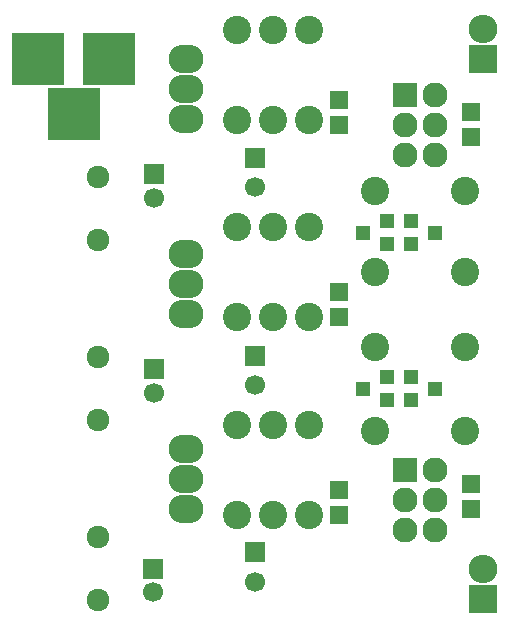
<source format=gts>
G04 #@! TF.FileFunction,Soldermask,Top*
%FSLAX46Y46*%
G04 Gerber Fmt 4.6, Leading zero omitted, Abs format (unit mm)*
G04 Created by KiCad (PCBNEW 4.0.2-stable) date 2016-04-27 07:39:18*
%MOMM*%
G01*
G04 APERTURE LIST*
%ADD10C,0.100000*%
%ADD11R,4.400000X4.400000*%
%ADD12C,2.398980*%
%ADD13R,1.200100X1.200100*%
%ADD14R,1.700000X1.700000*%
%ADD15C,1.700000*%
%ADD16R,1.598880X1.598880*%
%ADD17R,2.127200X2.127200*%
%ADD18O,2.127200X2.127200*%
%ADD19R,2.432000X2.432000*%
%ADD20O,2.432000X2.432000*%
%ADD21O,2.940000X2.432000*%
%ADD22C,1.924000*%
G04 APERTURE END LIST*
D10*
D11*
X70970140Y-27940000D03*
X64970660Y-27940000D03*
X67970400Y-32639000D03*
D12*
X101092000Y-39116000D03*
X93472000Y-39116000D03*
D13*
X96535240Y-41722000D03*
X96535240Y-43622000D03*
X98534220Y-42672000D03*
D14*
X74803000Y-37719000D03*
D15*
X74803000Y-39719000D03*
D14*
X74803000Y-54229000D03*
D15*
X74803000Y-56229000D03*
D14*
X74676000Y-71120000D03*
D15*
X74676000Y-73120000D03*
D16*
X90424000Y-31462980D03*
X90424000Y-33561020D03*
X90424000Y-47718980D03*
X90424000Y-49817020D03*
X90424000Y-64482980D03*
X90424000Y-66581020D03*
X101600000Y-63974980D03*
X101600000Y-66073020D03*
X101600000Y-34577020D03*
X101600000Y-32478980D03*
D17*
X96012000Y-62738000D03*
D18*
X98552000Y-62738000D03*
X96012000Y-65278000D03*
X98552000Y-65278000D03*
X96012000Y-67818000D03*
X98552000Y-67818000D03*
D19*
X102616000Y-73660000D03*
D20*
X102616000Y-71120000D03*
D17*
X96012000Y-30988000D03*
D18*
X98552000Y-30988000D03*
X96012000Y-33528000D03*
X98552000Y-33528000D03*
X96012000Y-36068000D03*
X98552000Y-36068000D03*
D19*
X102616000Y-27940000D03*
D20*
X102616000Y-25400000D03*
D13*
X96535240Y-54930000D03*
X96535240Y-56830000D03*
X98534220Y-55880000D03*
X94472760Y-56830000D03*
X94472760Y-54930000D03*
X92473780Y-55880000D03*
X94472760Y-43622000D03*
X94472760Y-41722000D03*
X92473780Y-42672000D03*
D12*
X81788000Y-33147000D03*
X81788000Y-25527000D03*
X84836000Y-25527000D03*
X84836000Y-33147000D03*
X81788000Y-49784000D03*
X81788000Y-42164000D03*
X84836000Y-42164000D03*
X84836000Y-49784000D03*
X81788000Y-66548000D03*
X81788000Y-58928000D03*
X84836000Y-58928000D03*
X84836000Y-66548000D03*
X87884000Y-33147000D03*
X87884000Y-25527000D03*
X87884000Y-49784000D03*
X87884000Y-42164000D03*
X87884000Y-66548000D03*
X87884000Y-58928000D03*
X93472000Y-59436000D03*
X101092000Y-59436000D03*
X101092000Y-52324000D03*
X93472000Y-52324000D03*
X93472000Y-45974000D03*
X101092000Y-45974000D03*
D21*
X77470000Y-30480000D03*
X77470000Y-27940000D03*
X77470000Y-33020000D03*
X77470000Y-46990000D03*
X77470000Y-44450000D03*
X77470000Y-49530000D03*
X77470000Y-63500000D03*
X77470000Y-60960000D03*
X77470000Y-66040000D03*
D22*
X70000000Y-37990000D03*
X70000000Y-43290000D03*
X70000000Y-53230000D03*
X70000000Y-58530000D03*
X70000000Y-68470000D03*
X70000000Y-73770000D03*
D15*
X83312000Y-38822000D03*
D14*
X83312000Y-36322000D03*
D15*
X83312000Y-55586000D03*
D14*
X83312000Y-53086000D03*
D15*
X83312000Y-72223000D03*
D14*
X83312000Y-69723000D03*
M02*

</source>
